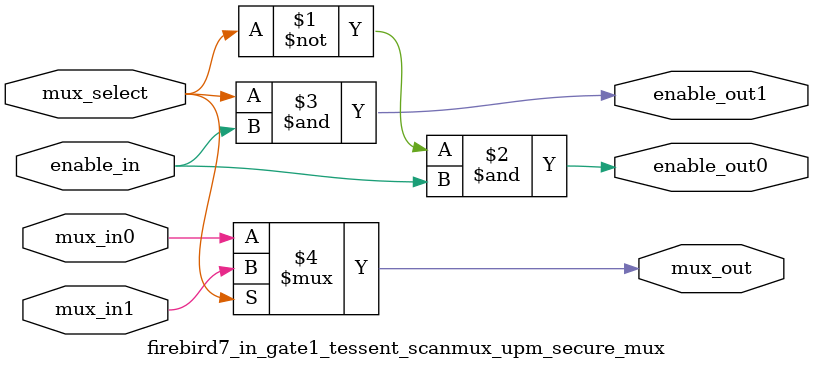
<source format=sv>

module firebird7_in_gate1_tessent_scanmux_upm_secure_mux (
  input wire mux_in0,
  input wire mux_in1,
  output wire mux_out,
  input wire mux_select,
  input wire enable_in,
  output wire enable_out0,
  output wire enable_out1
);
  assign enable_out0     = ~mux_select & enable_in;
  assign enable_out1     =  mux_select & enable_in;
 
  assign mux_out         = mux_select ? mux_in1 : mux_in0;
 
endmodule

</source>
